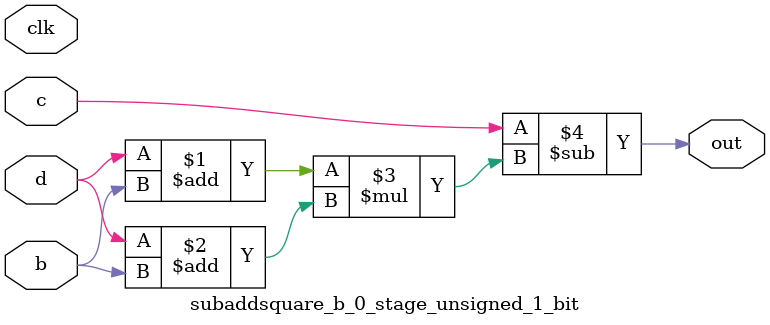
<source format=sv>
(* use_dsp = "yes" *) module subaddsquare_b_0_stage_unsigned_1_bit(
	input  [0:0] b,
	input  [0:0] c,
	input  [0:0] d,
	output [0:0] out,
	input clk);

	assign out = c - ((d + b) * (d + b));
endmodule

</source>
